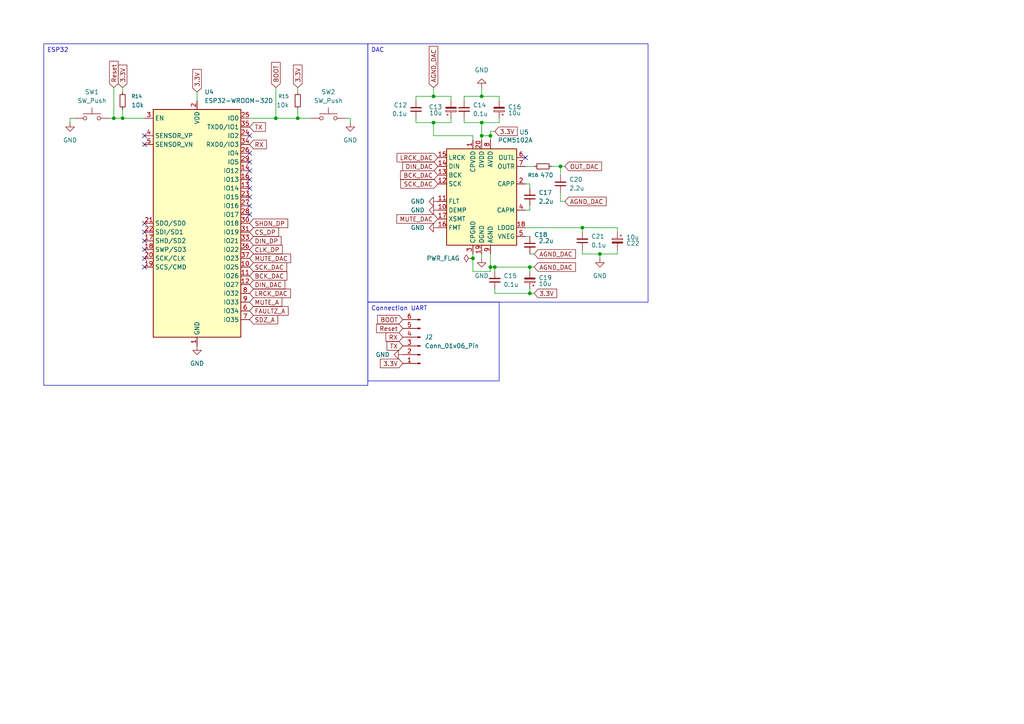
<source format=kicad_sch>
(kicad_sch (version 20250114) (generator "eeschema") (generator_version "9.0")
  (paper "A4")
  (lib_symbols
    (symbol "Audio:PCM5102A"
      (property "Reference" "U" (at -10.16 13.97 0))
      (property "Value" "PCM5102A" (at 3.81 13.97 0))
      (symbol "PCM5102A_0_1"
        (rectangle (start -10.16 12.7) (end 10.16 -15.24) (stroke (width 0.254)) (fill (type background)))
      )
      (symbol "PCM5102A_1_1"
        (pin input line (at -12.7 10.16 0) (length 2.54) (name "LRCK") (number "15"))
        (pin input line (at -12.7 7.62 0) (length 2.54) (name "DIN") (number "14"))
        (pin input line (at -12.7 5.08 0) (length 2.54) (name "BCK") (number "13"))
        (pin input line (at -12.7 2.54 0) (length 2.54) (name "SCK") (number "12"))
        (pin input line (at -12.7 -2.54 0) (length 2.54) (name "FLT") (number "11"))
        (pin input line (at -12.7 -5.08 0) (length 2.54) (name "DEMP") (number "10"))
        (pin input line (at -12.7 -7.62 0) (length 2.54) (name "XSMT") (number "17"))
        (pin input line (at -12.7 -10.16 0) (length 2.54) (name "FMT") (number "16"))
        (pin passive line (at -2.54 15.24 270) (length 2.54) (name "CPVDD") (number "1"))
        (pin power_in line (at -2.54 -17.78 90) (length 2.54) (name "CPGND") (number "3"))
        (pin power_in line (at 0 15.24 270) (length 2.54) (name "DVDD") (number "20"))
        (pin power_in line (at 0 -17.78 90) (length 2.54) (name "DGND") (number "19"))
        (pin power_in line (at 2.54 15.24 270) (length 2.54) (name "AVDD") (number "8"))
        (pin power_in line (at 2.54 -17.78 90) (length 2.54) (name "AGND") (number "9"))
        (pin output line (at 12.7 10.16 180) (length 2.54) (name "OUTL") (number "6"))
        (pin output line (at 12.7 7.62 180) (length 2.54) (name "OUTR") (number "7"))
        (pin passive line (at 12.7 2.54 180) (length 2.54) (name "CAPP") (number "2"))
        (pin passive line (at 12.7 -5.08 180) (length 2.54) (name "CAPM") (number "4"))
        (pin passive line (at 12.7 -10.16 180) (length 2.54) (name "LDOO") (number "18"))
        (pin passive line (at 12.7 -12.7 180) (length 2.54) (name "VNEG") (number "5"))
      )
    )
    (symbol "Connector:Conn_01x06_Pin" (pin_names (offset 1.016) (hide yes))
      (property "Reference" "J" (at 0 7.62 0))
      (property "Value" "Conn_01x06_Pin" (at 0 -10.16 0))
      (symbol "Conn_01x06_Pin_1_1"
        (rectangle (start 0.8636 5.207) (end 0 4.953) (stroke (width 0.1524)) (fill (type outline)))
        (rectangle (start 0.8636 2.667) (end 0 2.413) (stroke (width 0.1524)) (fill (type outline)))
        (rectangle (start 0.8636 0.127) (end 0 -0.127) (stroke (width 0.1524)) (fill (type outline)))
        (rectangle (start 0.8636 -2.413) (end 0 -2.667) (stroke (width 0.1524)) (fill (type outline)))
        (rectangle (start 0.8636 -4.953) (end 0 -5.207) (stroke (width 0.1524)) (fill (type outline)))
        (rectangle (start 0.8636 -7.493) (end 0 -7.747) (stroke (width 0.1524)) (fill (type outline)))
        (polyline (pts (xy 1.27 5.08) (xy 0.8636 5.08)) (stroke (width 0.1524)))
        (polyline (pts (xy 1.27 2.54) (xy 0.8636 2.54)) (stroke (width 0.1524)))
        (polyline (pts (xy 1.27 0) (xy 0.8636 0)) (stroke (width 0.1524)))
        (polyline (pts (xy 1.27 -2.54) (xy 0.8636 -2.54)) (stroke (width 0.1524)))
        (polyline (pts (xy 1.27 -5.08) (xy 0.8636 -5.08)) (stroke (width 0.1524)))
        (polyline (pts (xy 1.27 -7.62) (xy 0.8636 -7.62)) (stroke (width 0.1524)))
        (pin passive line (at 5.08 5.08 180) (length 3.81) (name "Pin_1") (number "1"))
        (pin passive line (at 5.08 2.54 180) (length 3.81) (name "Pin_2") (number "2"))
        (pin passive line (at 5.08 0 180) (length 3.81) (name "Pin_3") (number "3"))
        (pin passive line (at 5.08 -2.54 180) (length 3.81) (name "Pin_4") (number "4"))
        (pin passive line (at 5.08 -5.08 180) (length 3.81) (name "Pin_5") (number "5"))
        (pin passive line (at 5.08 -7.62 180) (length 3.81) (name "Pin_6") (number "6"))
      )
    )
    (symbol "Device:C_Polarized_Small" (pin_numbers (hide yes)) (pin_names (offset 0.254) (hide yes))
      (property "Reference" "C" (at 0.254 1.778 0))
      (property "Value" "C_Polarized_Small" (at 0.254 -2.032 0))
      (symbol "C_Polarized_Small_0_1"
        (rectangle (start -1.524 0.6858) (end 1.524 0.3048))
        (rectangle (start -1.524 -0.3048) (end 1.524 -0.6858) (fill (type outline)))
        (polyline (pts (xy -1.27 1.524) (xy -0.762 1.524)))
        (polyline (pts (xy -1.016 1.27) (xy -1.016 1.778)))
      )
      (symbol "C_Polarized_Small_1_1"
        (pin passive line (at 0 2.54 270) (length 1.8542) (name "~") (number "1"))
        (pin passive line (at 0 -2.54 90) (length 1.8542) (name "~") (number "2"))
      )
    )
    (symbol "Device:C_Small" (pin_numbers (hide yes)) (pin_names (offset 0.254) (hide yes))
      (property "Reference" "C" (at 0.254 1.778 0))
      (property "Value" "C_Small" (at 0.254 -2.032 0))
      (symbol "C_Small_0_1"
        (polyline (pts (xy -1.524 0.508) (xy 1.524 0.508)) (stroke (width 0.3048)))
        (polyline (pts (xy -1.524 -0.508) (xy 1.524 -0.508)) (stroke (width 0.3302)))
      )
      (symbol "C_Small_1_1"
        (pin passive line (at 0 2.54 270) (length 2.032) (name "~") (number "1"))
        (pin passive line (at 0 -2.54 90) (length 2.032) (name "~") (number "2"))
      )
    )
    (symbol "Device:R_Small" (pin_numbers (hide yes)) (pin_names (offset 0.254) (hide yes))
      (property "Reference" "R" (at 0 0 90))
      (property "Value" "R_Small" (at 1.778 0 90))
      (symbol "R_Small_0_1"
        (rectangle (start -0.762 1.778) (end 0.762 -1.778) (stroke (width 0.2032)))
      )
      (symbol "R_Small_1_1"
        (pin passive line (at 0 2.54 270) (length 0.762) (name "~") (number "1"))
        (pin passive line (at 0 -2.54 90) (length 0.762) (name "~") (number "2"))
      )
    )
    (symbol "RF_Module:ESP32-WROOM-32D"
      (property "Reference" "U" (at -12.7 34.29 0))
      (property "Value" "ESP32-WROOM-32D" (at 1.27 34.29 0))
      (symbol "ESP32-WROOM-32D_0_1"
        (rectangle (start -12.7 33.02) (end 12.7 -33.02) (stroke (width 0.254)) (fill (type background)))
      )
      (symbol "ESP32-WROOM-32D_1_1"
        (pin input line (at -15.24 30.48 0) (length 2.54) (name "EN") (number "3"))
        (pin input line (at -15.24 25.4 0) (length 2.54) (name "SENSOR_VP") (number "4"))
        (pin input line (at -15.24 22.86 0) (length 2.54) (name "SENSOR_VN") (number "5"))
        (pin bidirectional line (at -15.24 0 0) (length 2.54) (name "SDO/SD0") (number "21"))
        (pin bidirectional line (at -15.24 -2.54 0) (length 2.54) (name "SDI/SD1") (number "22"))
        (pin bidirectional line (at -15.24 -5.08 0) (length 2.54) (name "SHD/SD2") (number "17"))
        (pin bidirectional line (at -15.24 -7.62 0) (length 2.54) (name "SWP/SD3") (number "18"))
        (pin bidirectional line (at -15.24 -10.16 0) (length 2.54) (name "SCK/CLK") (number "20"))
        (pin bidirectional line (at -15.24 -12.7 0) (length 2.54) (name "SCS/CMD") (number "19"))
        (pin no_connect line (at -12.7 -27.94 0) (length 2.54) (hide yes) (name "NC") (number "32"))
        (pin power_in line (at 0 35.56 270) (length 2.54) (name "VDD") (number "2"))
        (pin power_in line (at 0 -35.56 90) (length 2.54) (name "GND") (number "1"))
        (pin passive line (at 0 -35.56 90) (length 2.54) (hide yes) (name "GND") (number "15"))
        (pin passive line (at 0 -35.56 90) (length 2.54) (hide yes) (name "GND") (number "38"))
        (pin passive line (at 0 -35.56 90) (length 2.54) (hide yes) (name "GND") (number "39"))
        (pin bidirectional line (at 15.24 30.48 180) (length 2.54) (name "IO0") (number "25"))
        (pin bidirectional line (at 15.24 27.94 180) (length 2.54) (name "TXD0/IO1") (number "35"))
        (pin bidirectional line (at 15.24 25.4 180) (length 2.54) (name "IO2") (number "24"))
        (pin bidirectional line (at 15.24 22.86 180) (length 2.54) (name "RXD0/IO3") (number "34"))
        (pin bidirectional line (at 15.24 20.32 180) (length 2.54) (name "IO4") (number "26"))
        (pin bidirectional line (at 15.24 17.78 180) (length 2.54) (name "IO5") (number "29"))
        (pin bidirectional line (at 15.24 15.24 180) (length 2.54) (name "IO12") (number "14"))
        (pin bidirectional line (at 15.24 12.7 180) (length 2.54) (name "IO13") (number "16"))
        (pin bidirectional line (at 15.24 10.16 180) (length 2.54) (name "IO14") (number "13"))
        (pin bidirectional line (at 15.24 7.62 180) (length 2.54) (name "IO15") (number "23"))
        (pin bidirectional line (at 15.24 5.08 180) (length 2.54) (name "IO16") (number "27"))
        (pin bidirectional line (at 15.24 2.54 180) (length 2.54) (name "IO17") (number "28"))
        (pin bidirectional line (at 15.24 0 180) (length 2.54) (name "IO18") (number "30"))
        (pin bidirectional line (at 15.24 -2.54 180) (length 2.54) (name "IO19") (number "31"))
        (pin bidirectional line (at 15.24 -5.08 180) (length 2.54) (name "IO21") (number "33"))
        (pin bidirectional line (at 15.24 -7.62 180) (length 2.54) (name "IO22") (number "36"))
        (pin bidirectional line (at 15.24 -10.16 180) (length 2.54) (name "IO23") (number "37"))
        (pin bidirectional line (at 15.24 -12.7 180) (length 2.54) (name "IO25") (number "10"))
        (pin bidirectional line (at 15.24 -15.24 180) (length 2.54) (name "IO26") (number "11"))
        (pin bidirectional line (at 15.24 -17.78 180) (length 2.54) (name "IO27") (number "12"))
        (pin bidirectional line (at 15.24 -20.32 180) (length 2.54) (name "IO32") (number "8"))
        (pin bidirectional line (at 15.24 -22.86 180) (length 2.54) (name "IO33") (number "9"))
        (pin input line (at 15.24 -25.4 180) (length 2.54) (name "IO34") (number "6"))
        (pin input line (at 15.24 -27.94 180) (length 2.54) (name "IO35") (number "7"))
      )
    )
    (symbol "Switch:SW_Push" (pin_numbers (hide yes)) (pin_names (offset 1.016) (hide yes))
      (property "Reference" "SW" (at 1.27 2.54 0))
      (property "Value" "SW_Push" (at 0 -1.524 0))
      (symbol "SW_Push_0_1"
        (circle (center -2.032 0) (radius 0.508))
        (polyline (pts (xy 0 1.27) (xy 0 3.048)))
        (circle (center 2.032 0) (radius 0.508))
        (polyline (pts (xy 2.54 1.27) (xy -2.54 1.27)))
        (pin passive line (at -5.08 0 0) (length 2.54) (name "1") (number "1"))
        (pin passive line (at 5.08 0 180) (length 2.54) (name "2") (number "2"))
      )
    )
    (symbol "power:GND" (power) (pin_numbers (hide yes)) (pin_names (offset 0) (hide yes))
      (property "Value" "GND" (at 0 -3.81 0))
      (symbol "GND_0_1"
        (polyline (pts (xy 0 0) (xy 0 -1.27) (xy 1.27 -1.27) (xy 0 -2.54) (xy -1.27 -1.27) (xy 0 -1.27)))
      )
      (symbol "GND_1_1"
        (pin power_in line (at 0 0 270) (length 0) (name "~") (number "1"))
      )
    )
    (symbol "power:PWR_FLAG" (power) (pin_numbers (hide yes)) (pin_names (offset 0) (hide yes))
      (property "Value" "PWR_FLAG" (at 0 3.81 0))
      (symbol "PWR_FLAG_0_0"
        (pin power_out line (at 0 0 90) (length 0) (name "~") (number "1"))
      )
      (symbol "PWR_FLAG_0_1"
        (polyline (pts (xy 0 0) (xy 0 1.27) (xy -1.016 1.905) (xy 0 2.54) (xy 1.016 1.905) (xy 0 1.27)))
      )
    )
  )
  (text_box "DAC" (at 106.68 12.7 0) (size 81.28 74.93) (margins 0.9525 0.9525 0.9525 0.9525) (effects (font (size 1.27 1.27)) (justify left top)))
  (text_box "Connection UART" (at 106.68 87.63 0) (size 38.1 22.86) (margins 0.9525 0.9525 0.9525 0.9525) (effects (font (size 1.27 1.27)) (justify left top)))
  (text_box "ESP32" (at 12.7 12.7 0) (size 93.98 99.06) (margins 0.9525 0.9525 0.9525 0.9525) (effects (font (size 1.27 1.27)) (justify left top)))
  (junction (at 125.73 27.94))
  (junction (at 139.7 39.37))
  (junction (at 143.51 77.47))
  (junction (at 80.01 34.29))
  (junction (at 125.73 35.56))
  (junction (at 153.67 77.47))
  (junction (at 168.91 66.04))
  (junction (at 153.67 85.09))
  (junction (at 162.56 48.26))
  (junction (at 173.99 73.66))
  (junction (at 86.36 34.29))
  (junction (at 139.7 27.94))
  (junction (at 33.02 34.29))
  (junction (at 142.24 39.37))
  (junction (at 139.7 35.56))
  (junction (at 142.24 77.47))
  (junction (at 137.16 74.93))
  (junction (at 35.56 34.29))
  (no_connect (at 41.91 74.93))
  (no_connect (at 72.39 57.15))
  (no_connect (at 41.91 39.37))
  (no_connect (at 72.39 49.53))
  (no_connect (at 152.4 45.72))
  (no_connect (at 41.91 64.77))
  (no_connect (at 72.39 59.69))
  (no_connect (at 41.91 67.31))
  (no_connect (at 41.91 77.47))
  (no_connect (at 72.39 46.99))
  (no_connect (at 72.39 39.37))
  (no_connect (at 41.91 72.39))
  (no_connect (at 41.91 69.85))
  (no_connect (at 72.39 62.23))
  (no_connect (at 72.39 44.45))
  (no_connect (at 72.39 54.61))
  (no_connect (at 41.91 41.91))
  (no_connect (at 72.39 52.07))
  (wire (pts (xy 35.56 34.29) (xy 41.91 34.29)))
  (wire (pts (xy 179.07 73.66) (xy 179.07 72.39)))
  (wire (pts (xy 101.6 35.56) (xy 101.6 34.29)))
  (wire (pts (xy 31.75 34.29) (xy 33.02 34.29)))
  (wire (pts (xy 35.56 25.4) (xy 35.56 26.67)))
  (wire (pts (xy 139.7 27.94) (xy 144.78 27.94)))
  (wire (pts (xy 20.32 34.29) (xy 21.59 34.29)))
  (wire (pts (xy 134.62 35.56) (xy 139.7 35.56)))
  (wire (pts (xy 72.39 34.29) (xy 80.01 34.29)))
  (wire (pts (xy 139.7 39.37) (xy 139.7 35.56)))
  (wire (pts (xy 152.4 53.34) (xy 153.67 53.34)))
  (wire (pts (xy 168.91 72.39) (xy 168.91 73.66)))
  (wire (pts (xy 162.56 55.88) (xy 162.56 58.42)))
  (wire (pts (xy 152.4 66.04) (xy 168.91 66.04)))
  (wire (pts (xy 168.91 73.66) (xy 173.99 73.66)))
  (wire (pts (xy 130.81 27.94) (xy 130.81 29.21)))
  (wire (pts (xy 125.73 27.94) (xy 130.81 27.94)))
  (wire (pts (xy 142.24 78.74) (xy 142.24 77.47)))
  (wire (pts (xy 143.51 38.1) (xy 142.24 38.1)))
  (wire (pts (xy 162.56 58.42) (xy 163.83 58.42)))
  (wire (pts (xy 143.51 77.47) (xy 142.24 77.47)))
  (wire (pts (xy 153.67 53.34) (xy 153.67 54.61)))
  (wire (pts (xy 153.67 60.96) (xy 153.67 59.69)))
  (wire (pts (xy 142.24 39.37) (xy 142.24 40.64)))
  (wire (pts (xy 144.78 27.94) (xy 144.78 29.21)))
  (wire (pts (xy 130.81 35.56) (xy 130.81 34.29)))
  (wire (pts (xy 101.6 34.29) (xy 100.33 34.29)))
  (wire (pts (xy 153.67 77.47) (xy 154.94 77.47)))
  (wire (pts (xy 142.24 73.66) (xy 142.24 77.47)))
  (wire (pts (xy 120.65 35.56) (xy 125.73 35.56)))
  (wire (pts (xy 139.7 39.37) (xy 142.24 39.37)))
  (wire (pts (xy 137.16 40.64) (xy 137.16 39.37)))
  (wire (pts (xy 20.32 35.56) (xy 20.32 34.29)))
  (wire (pts (xy 90.17 34.29) (xy 86.36 34.29)))
  (wire (pts (xy 139.7 25.4) (xy 139.7 27.94)))
  (wire (pts (xy 80.01 34.29) (xy 86.36 34.29)))
  (wire (pts (xy 142.24 38.1) (xy 142.24 39.37)))
  (wire (pts (xy 120.65 27.94) (xy 125.73 27.94)))
  (wire (pts (xy 173.99 73.66) (xy 179.07 73.66)))
  (wire (pts (xy 33.02 25.4) (xy 33.02 34.29)))
  (wire (pts (xy 153.67 83.82) (xy 153.67 85.09)))
  (wire (pts (xy 152.4 48.26) (xy 154.94 48.26)))
  (wire (pts (xy 153.67 78.74) (xy 153.67 77.47)))
  (wire (pts (xy 35.56 31.75) (xy 35.56 34.29)))
  (wire (pts (xy 137.16 74.93) (xy 137.16 78.74)))
  (wire (pts (xy 162.56 48.26) (xy 163.83 48.26)))
  (wire (pts (xy 86.36 31.75) (xy 86.36 34.29)))
  (wire (pts (xy 120.65 34.29) (xy 120.65 35.56)))
  (wire (pts (xy 137.16 73.66) (xy 137.16 74.93)))
  (wire (pts (xy 153.67 73.66) (xy 154.94 73.66)))
  (wire (pts (xy 153.67 77.47) (xy 143.51 77.47)))
  (wire (pts (xy 162.56 48.26) (xy 162.56 50.8)))
  (wire (pts (xy 144.78 35.56) (xy 144.78 34.29)))
  (wire (pts (xy 125.73 25.4) (xy 125.73 27.94)))
  (wire (pts (xy 33.02 34.29) (xy 35.56 34.29)))
  (wire (pts (xy 153.67 85.09) (xy 154.94 85.09)))
  (wire (pts (xy 57.15 26.67) (xy 57.15 29.21)))
  (wire (pts (xy 120.65 29.21) (xy 120.65 27.94)))
  (wire (pts (xy 160.02 48.26) (xy 162.56 48.26)))
  (wire (pts (xy 139.7 35.56) (xy 144.78 35.56)))
  (wire (pts (xy 143.51 85.09) (xy 153.67 85.09)))
  (wire (pts (xy 179.07 66.04) (xy 179.07 67.31)))
  (wire (pts (xy 168.91 66.04) (xy 179.07 66.04)))
  (wire (pts (xy 143.51 83.82) (xy 143.51 85.09)))
  (wire (pts (xy 173.99 73.66) (xy 173.99 74.93)))
  (wire (pts (xy 168.91 67.31) (xy 168.91 66.04)))
  (wire (pts (xy 125.73 39.37) (xy 125.73 35.56)))
  (wire (pts (xy 125.73 35.56) (xy 130.81 35.56)))
  (wire (pts (xy 137.16 39.37) (xy 125.73 39.37)))
  (wire (pts (xy 139.7 73.66) (xy 139.7 74.93)))
  (wire (pts (xy 152.4 60.96) (xy 153.67 60.96)))
  (wire (pts (xy 80.01 25.4) (xy 80.01 34.29)))
  (wire (pts (xy 86.36 25.4) (xy 86.36 26.67)))
  (wire (pts (xy 134.62 34.29) (xy 134.62 35.56)))
  (wire (pts (xy 143.51 77.47) (xy 143.51 78.74)))
  (wire (pts (xy 134.62 29.21) (xy 134.62 27.94)))
  (wire (pts (xy 134.62 27.94) (xy 139.7 27.94)))
  (wire (pts (xy 152.4 68.58) (xy 153.67 68.58)))
  (wire (pts (xy 137.16 78.74) (xy 142.24 78.74)))
  (wire (pts (xy 139.7 40.64) (xy 139.7 39.37)))
  (global_label "AGND_DAC" (shape input) (at 154.94 77.47 0) (property "Intersheetrefs" "${INTERSHEET_REFS}" (effects (hide yes))))
  (global_label "3.3V" (shape input) (at 143.51 38.1 0) (property "Intersheetrefs" "${INTERSHEET_REFS}" (effects (hide yes))))
  (global_label "TX" (shape input) (at 116.84 100.33 180) (property "Intersheetrefs" "${INTERSHEET_REFS}" (effects (hide yes))))
  (global_label "Reset" (shape input) (at 33.02 25.4 90) (property "Intersheetrefs" "${INTERSHEET_REFS}" (effects (hide yes))))
  (global_label "MUTE_DAC" (shape input) (at 72.39 74.93 0) (property "Intersheetrefs" "${INTERSHEET_REFS}" (effects (hide yes))))
  (global_label "DIN_DAC" (shape input) (at 127 48.26 180) (property "Intersheetrefs" "${INTERSHEET_REFS}" (effects (hide yes))))
  (global_label "3.3V" (shape input) (at 35.56 25.4 90) (property "Intersheetrefs" "${INTERSHEET_REFS}" (effects (hide yes))))
  (global_label "CLK_DP" (shape input) (at 72.39 72.39 0) (property "Intersheetrefs" "${INTERSHEET_REFS}" (effects (hide yes))))
  (global_label "MUTE_DAC" (shape input) (at 127 63.5 180) (property "Intersheetrefs" "${INTERSHEET_REFS}" (effects (hide yes))))
  (global_label "3.3V" (shape input) (at 154.94 85.09 0) (property "Intersheetrefs" "${INTERSHEET_REFS}" (effects (hide yes))))
  (global_label "LRCK_DAC" (shape input) (at 127 45.72 180) (property "Intersheetrefs" "${INTERSHEET_REFS}" (effects (hide yes))))
  (global_label "DIN_DAC" (shape input) (at 72.39 82.55 0) (property "Intersheetrefs" "${INTERSHEET_REFS}" (effects (hide yes))))
  (global_label "AGND_DAC" (shape input) (at 154.94 73.66 0) (property "Intersheetrefs" "${INTERSHEET_REFS}" (effects (hide yes))))
  (global_label "BOOT" (shape input) (at 80.01 25.4 90) (property "Intersheetrefs" "${INTERSHEET_REFS}" (effects (hide yes))))
  (global_label "TX" (shape input) (at 72.39 36.83 0) (property "Intersheetrefs" "${INTERSHEET_REFS}" (effects (hide yes))))
  (global_label "SHDN_DP" (shape input) (at 72.39 64.77 0) (property "Intersheetrefs" "${INTERSHEET_REFS}" (effects (hide yes))))
  (global_label "RX" (shape input) (at 72.39 41.91 0) (property "Intersheetrefs" "${INTERSHEET_REFS}" (effects (hide yes))))
  (global_label "RX" (shape input) (at 116.84 97.79 180) (property "Intersheetrefs" "${INTERSHEET_REFS}" (effects (hide yes))))
  (global_label "BOOT" (shape input) (at 116.84 92.71 180) (property "Intersheetrefs" "${INTERSHEET_REFS}" (effects (hide yes))))
  (global_label "Reset" (shape input) (at 116.84 95.25 180) (property "Intersheetrefs" "${INTERSHEET_REFS}" (effects (hide yes))))
  (global_label "3.3V" (shape input) (at 86.36 25.4 90) (property "Intersheetrefs" "${INTERSHEET_REFS}" (effects (hide yes))))
  (global_label "BCK_DAC" (shape input) (at 72.39 80.01 0) (property "Intersheetrefs" "${INTERSHEET_REFS}" (effects (hide yes))))
  (global_label "LRCK_DAC" (shape input) (at 72.39 85.09 0) (property "Intersheetrefs" "${INTERSHEET_REFS}" (effects (hide yes))))
  (global_label "CS_DP" (shape input) (at 72.39 67.31 0) (property "Intersheetrefs" "${INTERSHEET_REFS}" (effects (hide yes))))
  (global_label "FAULTZ_A" (shape input) (at 72.39 90.17 0) (property "Intersheetrefs" "${INTERSHEET_REFS}" (effects (hide yes))))
  (global_label "OUT_DAC" (shape input) (at 163.83 48.26 0) (property "Intersheetrefs" "${INTERSHEET_REFS}" (effects (hide yes))))
  (global_label "3.3V" (shape input) (at 57.15 26.67 90) (property "Intersheetrefs" "${INTERSHEET_REFS}" (effects (hide yes))))
  (global_label "BCK_DAC" (shape input) (at 127 50.8 180) (property "Intersheetrefs" "${INTERSHEET_REFS}" (effects (hide yes))))
  (global_label "SCK_DAC" (shape input) (at 72.39 77.47 0) (property "Intersheetrefs" "${INTERSHEET_REFS}" (effects (hide yes))))
  (global_label "SDZ_A" (shape input) (at 72.39 92.71 0) (property "Intersheetrefs" "${INTERSHEET_REFS}" (effects (hide yes))))
  (global_label "MUTE_A" (shape input) (at 72.39 87.63 0) (property "Intersheetrefs" "${INTERSHEET_REFS}" (effects (hide yes))))
  (global_label "AGND_DAC" (shape input) (at 163.83 58.42 0) (property "Intersheetrefs" "${INTERSHEET_REFS}" (effects (hide yes))))
  (global_label "SCK_DAC" (shape input) (at 127 53.34 180) (property "Intersheetrefs" "${INTERSHEET_REFS}" (effects (hide yes))))
  (global_label "3.3V" (shape input) (at 116.84 105.41 180) (property "Intersheetrefs" "${INTERSHEET_REFS}" (effects (hide yes))))
  (global_label "AGND_DAC" (shape input) (at 125.73 25.4 90) (property "Intersheetrefs" "${INTERSHEET_REFS}" (effects (hide yes))))
  (global_label "DIN_DP" (shape input) (at 72.39 69.85 0) (property "Intersheetrefs" "${INTERSHEET_REFS}" (effects (hide yes))))
  (symbol (lib_id "power:GND") (at 127 60.96 270) (unit 1)
    (property "Reference" "#PWR024" (effects (hide yes)))
    (property "Value" "GND" (at 123.19 60.9599 90) (effects (justify right)))
    (property "Description" "Power symbol creates a global label with name \"GND\" , ground" (effects (hide yes)))
  )
  (symbol (lib_id "power:GND") (at 101.6 35.56 0) (mirror y) (unit 1)
    (property "Reference" "#PWR021" (effects (hide yes)))
    (property "Value" "GND" (at 101.6 40.64 0))
    (property "Description" "Power symbol creates a global label with name \"GND\" , ground" (effects (hide yes)))
  )
  (symbol (lib_id "power:GND") (at 116.84 102.87 270) (unit 1)
    (property "Reference" "#PWR022" (effects (hide yes)))
    (property "Value" "GND" (at 113.03 102.8699 90) (effects (justify right)))
    (property "Description" "Power symbol creates a global label with name \"GND\" , ground" (effects (hide yes)))
  )
  (symbol (lib_id "Device:C_Polarized_Small") (at 144.78 31.75 180) (unit 1)
    (property "Reference" "C16" (at 147.32 31.026 0) (effects (justify right)))
    (property "Value" "10u" (at 147.32 32.766 0) (effects (justify right)))
    (property "Footprint" "Capacitor_SMD:C_0603_1608Metric_Pad1.08x0.95mm_HandSolder" (effects (hide yes)))
    (property "Description" "Polarized capacitor, small symbol" (effects (hide yes)))
  )
  (symbol (lib_id "Audio:PCM5102A") (at 139.7 55.88 0) (unit 1)
    (property "Reference" "U5" (at 150.622 38.354 0) (effects (justify left)))
    (property "Value" "PCM5102A" (at 144.3833 40.64 0) (effects (justify left)))
    (property "Footprint" "Package_SO:TSSOP-20_4.4x6.5mm_P0.65mm" (effects (hide yes)))
    (property "Datasheet" "https://www.ti.com/lit/ds/symlink/pcm5102a.pdf" (effects (hide yes)))
    (property "Description" "2.1 VRMS, 112dB Audio Stereo DAC with PLL and 32-bit, 384kHz PCM Interface, TSSOP-20" (effects (hide yes)))
  )
  (symbol (lib_id "Device:C_Small") (at 134.62 31.75 180) (unit 1)
    (property "Reference" "C14" (at 137.16 30.4735 0) (effects (justify right)))
    (property "Value" "0.1u" (at 137.16 33.0135 0) (effects (justify right)))
    (property "Footprint" "Capacitor_SMD:C_0603_1608Metric_Pad1.08x0.95mm_HandSolder" (effects (hide yes)))
    (property "Description" "Unpolarized capacitor, small symbol" (effects (hide yes)))
  )
  (symbol (lib_id "RF_Module:ESP32-WROOM-32D") (at 57.15 64.77 0) (unit 1)
    (property "Reference" "U4" (at 59.2933 26.67 0) (effects (justify left)))
    (property "Value" "ESP32-WROOM-32D" (at 59.2933 29.21 0) (effects (justify left)))
    (property "Datasheet" "https://www.espressif.com/sites/default/files/documentation/esp32-wroom-32d_esp32-wroom-32u_datasheet_en.pdf" (effects (hide yes)))
    (property "Description" "RF Module, ESP32-D0WD SoC, Wi-Fi 802.11b/g/n, Bluetooth, BLE, 32-bit, 2.7-3.6V, onboard antenna, SMD" (effects (hide yes)))
  )
  (symbol (lib_id "Device:C_Polarized_Small") (at 179.07 69.85 0) (mirror y) (unit 1)
    (property "Reference" "C22" (at 181.61 70.574 0) (effects (justify right)))
    (property "Value" "10u" (at 181.61 68.834 0) (effects (justify right)))
    (property "Footprint" "Capacitor_SMD:C_0603_1608Metric_Pad1.08x0.95mm_HandSolder" (effects (hide yes)))
    (property "Description" "Polarized capacitor, small symbol" (effects (hide yes)))
  )
  (symbol (lib_id "power:GND") (at 57.15 100.33 0) (unit 1)
    (property "Reference" "#PWR020" (effects (hide yes)))
    (property "Value" "GND" (at 57.15 105.41 0))
    (property "Description" "Power symbol creates a global label with name \"GND\" , ground" (effects (hide yes)))
  )
  (symbol (lib_id "power:GND") (at 173.99 74.93 0) (unit 1)
    (property "Reference" "#PWR028" (effects (hide yes)))
    (property "Value" "GND" (at 173.99 80.01 0))
    (property "Description" "Power symbol creates a global label with name \"GND\" , ground" (effects (hide yes)))
  )
  (symbol (lib_id "Device:C_Small") (at 143.51 81.28 180) (unit 1)
    (property "Reference" "C15" (at 146.05 80.0035 0) (effects (justify right)))
    (property "Value" "0.1u" (at 146.05 82.5435 0) (effects (justify right)))
    (property "Footprint" "Capacitor_SMD:C_0603_1608Metric_Pad1.08x0.95mm_HandSolder" (effects (hide yes)))
    (property "Description" "Unpolarized capacitor, small symbol" (effects (hide yes)))
  )
  (symbol (lib_id "power:GND") (at 139.7 74.93 0) (unit 1)
    (property "Reference" "#PWR027" (effects (hide yes)))
    (property "Value" "GND" (at 139.7 80.01 0))
    (property "Description" "Power symbol creates a global label with name \"GND\" , ground" (effects (hide yes)))
  )
  (symbol (lib_id "Connector:Conn_01x06_Pin") (at 121.92 100.33 180) (unit 1)
    (property "Reference" "J2" (at 123.19 97.7899 0) (effects (justify right)))
    (property "Value" "Conn_01x06_Pin" (at 123.19 100.3299 0) (effects (justify right)))
    (property "Footprint" "Connector_PinHeader_1.27mm:PinHeader_1x06_P1.27mm_Vertical_SMD_Pin1Left" (effects (hide yes)))
    (property "Description" "Generic connector, single row, 01x06, script generated" (effects (hide yes)))
  )
  (symbol (lib_id "power:GND") (at 127 58.42 270) (unit 1)
    (property "Reference" "#PWR023" (effects (hide yes)))
    (property "Value" "GND" (at 123.19 58.4199 90) (effects (justify right)))
    (property "Description" "Power symbol creates a global label with name \"GND\" , ground" (effects (hide yes)))
  )
  (symbol (lib_id "Switch:SW_Push") (at 26.67 34.29 0) (unit 1)
    (property "Reference" "SW1" (at 26.67 26.67 0))
    (property "Value" "SW_Push" (at 26.67 29.21 0))
    (property "Footprint" "Button_Switch_THT:SW_PUSH-12mm" (effects (hide yes)))
    (property "Description" "Push button switch, generic, two pins" (effects (hide yes)))
  )
  (symbol (lib_id "Switch:SW_Push") (at 95.25 34.29 0) (mirror y) (unit 1)
    (property "Reference" "SW2" (at 95.25 26.67 0))
    (property "Value" "SW_Push" (at 95.25 29.21 0))
    (property "Footprint" "Button_Switch_THT:SW_PUSH-12mm" (effects (hide yes)))
    (property "Description" "Push button switch, generic, two pins" (effects (hide yes)))
  )
  (symbol (lib_id "Device:C_Small") (at 153.67 71.12 0) (mirror y) (unit 1)
    (property "Reference" "C18" (at 154.94 68.072 0) (effects (justify right)))
    (property "Value" "2.2u" (at 156.21 69.8565 0) (effects (justify right)))
    (property "Footprint" "Capacitor_SMD:C_0603_1608Metric_Pad1.08x0.95mm_HandSolder" (effects (hide yes)))
    (property "Description" "Unpolarized capacitor, small symbol" (effects (hide yes)))
  )
  (symbol (lib_id "Device:R_Small") (at 86.36 29.21 0) (mirror x) (unit 1)
    (property "Reference" "R15" (at 83.82 27.9399 0) (effects (font (size 1.016 1.016)) (justify right)))
    (property "Value" "10k" (at 83.82 30.4799 0) (effects (justify right)))
    (property "Footprint" "Resistor_SMD:R_0603_1608Metric_Pad0.98x0.95mm_HandSolder" (effects (hide yes)))
    (property "Description" "Resistor, small symbol" (effects (hide yes)))
  )
  (symbol (lib_id "power:GND") (at 127 66.04 270) (unit 1)
    (property "Reference" "#PWR025" (effects (hide yes)))
    (property "Value" "GND" (at 123.19 66.0399 90) (effects (justify right)))
    (property "Description" "Power symbol creates a global label with name \"GND\" , ground" (effects (hide yes)))
  )
  (symbol (lib_id "power:PWR_FLAG") (at 137.16 74.93 90) (unit 1)
    (property "Reference" "#FLG05" (effects (hide yes)))
    (property "Value" "PWR_FLAG" (at 133.35 74.9299 90) (effects (justify left)))
    (property "Description" "Special symbol for telling ERC where power comes from" (effects (hide yes)))
  )
  (symbol (lib_id "power:GND") (at 20.32 35.56 0) (unit 1)
    (property "Reference" "#PWR019" (effects (hide yes)))
    (property "Value" "GND" (at 20.32 40.64 0))
    (property "Description" "Power symbol creates a global label with name \"GND\" , ground" (effects (hide yes)))
  )
  (symbol (lib_id "Device:C_Small") (at 162.56 53.34 180) (unit 1)
    (property "Reference" "C20" (at 165.1 52.0635 0) (effects (justify right)))
    (property "Value" "2.2u" (at 165.1 54.6035 0) (effects (justify right)))
    (property "Footprint" "Capacitor_SMD:C_0603_1608Metric_Pad1.08x0.95mm_HandSolder" (effects (hide yes)))
    (property "Description" "Unpolarized capacitor, small symbol" (effects (hide yes)))
  )
  (symbol (lib_id "power:GND") (at 139.7 25.4 180) (unit 1)
    (property "Reference" "#PWR026" (effects (hide yes)))
    (property "Value" "GND" (at 139.7 20.32 0))
    (property "Description" "Power symbol creates a global label with name \"GND\" , ground" (effects (hide yes)))
  )
  (symbol (lib_id "Device:C_Small") (at 120.65 31.75 0) (mirror x) (unit 1)
    (property "Reference" "C12" (at 118.11 30.4735 0) (effects (justify right)))
    (property "Value" "0.1u" (at 118.11 33.0135 0) (effects (justify right)))
    (property "Footprint" "Capacitor_SMD:C_0603_1608Metric_Pad1.08x0.95mm_HandSolder" (effects (hide yes)))
    (property "Description" "Unpolarized capacitor, small symbol" (effects (hide yes)))
  )
  (symbol (lib_id "Device:C_Polarized_Small") (at 153.67 81.28 180) (unit 1)
    (property "Reference" "C19" (at 156.21 80.556 0) (effects (justify right)))
    (property "Value" "10u" (at 156.21 82.296 0) (effects (justify right)))
    (property "Footprint" "Capacitor_SMD:C_0603_1608Metric_Pad1.08x0.95mm_HandSolder" (effects (hide yes)))
    (property "Description" "Polarized capacitor, small symbol" (effects (hide yes)))
  )
  (symbol (lib_id "Device:R_Small") (at 157.48 48.26 270) (mirror x) (unit 1)
    (property "Reference" "R16" (at 156.2099 50.8 90) (effects (font (size 1.016 1.016)) (justify right)))
    (property "Value" "470" (at 160.528 50.8 90) (effects (justify right)))
    (property "Footprint" "Resistor_SMD:R_0603_1608Metric_Pad0.98x0.95mm_HandSolder" (effects (hide yes)))
    (property "Description" "Resistor, small symbol" (effects (hide yes)))
  )
  (symbol (lib_id "Device:R_Small") (at 35.56 29.21 180) (unit 1)
    (property "Reference" "R14" (at 38.1 27.9399 0) (effects (font (size 1.016 1.016)) (justify right)))
    (property "Value" "10k" (at 38.1 30.4799 0) (effects (justify right)))
    (property "Footprint" "Resistor_SMD:R_0603_1608Metric_Pad0.98x0.95mm_HandSolder" (effects (hide yes)))
    (property "Description" "Resistor, small symbol" (effects (hide yes)))
  )
  (symbol (lib_id "Device:C_Small") (at 153.67 57.15 180) (unit 1)
    (property "Reference" "C17" (at 156.21 55.8735 0) (effects (justify right)))
    (property "Value" "2.2u" (at 156.21 58.4135 0) (effects (justify right)))
    (property "Footprint" "Capacitor_SMD:C_0603_1608Metric_Pad1.08x0.95mm_HandSolder" (effects (hide yes)))
    (property "Description" "Unpolarized capacitor, small symbol" (effects (hide yes)))
  )
  (symbol (lib_id "Device:C_Polarized_Small") (at 130.81 31.75 0) (mirror x) (unit 1)
    (property "Reference" "C13" (at 128.27 31.026 0) (effects (justify right)))
    (property "Value" "10u" (at 128.27 32.766 0) (effects (justify right)))
    (property "Footprint" "Capacitor_SMD:C_0603_1608Metric_Pad1.08x0.95mm_HandSolder" (effects (hide yes)))
    (property "Description" "Polarized capacitor, small symbol" (effects (hide yes)))
  )
  (symbol (lib_id "Device:C_Small") (at 168.91 69.85 180) (unit 1)
    (property "Reference" "C21" (at 171.45 68.5735 0) (effects (justify right)))
    (property "Value" "0.1u" (at 171.45 71.1135 0) (effects (justify right)))
    (property "Footprint" "Capacitor_SMD:C_0603_1608Metric_Pad1.08x0.95mm_HandSolder" (effects (hide yes)))
    (property "Description" "Unpolarized capacitor, small symbol" (effects (hide yes)))
  )
)
</source>
